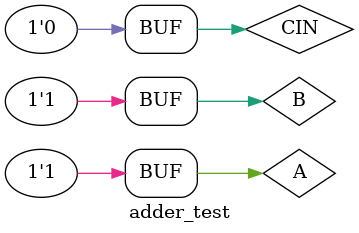
<source format=v>
`timescale 1ns / 1ps


module adder_test;

	// Inputs
	reg A;
	reg B;
	reg CIN;

	// Outputs
	wire SUM;
	wire COUT;

	// Instantiate the Unit Under Test (UUT)
	adder uut (
		.A(A), 
		.B(B), 
		.CIN(CIN), 
		.SUM(SUM), 
		.COUT(COUT)
	);

	initial begin
		// Initialize Inputs
		A = 64'h7FFFFFFFFFFFFFFF;
		B = 64'h7FFFFFFFFFFFFFFF;
		CIN = 0;

		// Wait 100 ns for global reset to finish
		#100;
        
		// Add stimulus here

	end
      
endmodule


</source>
